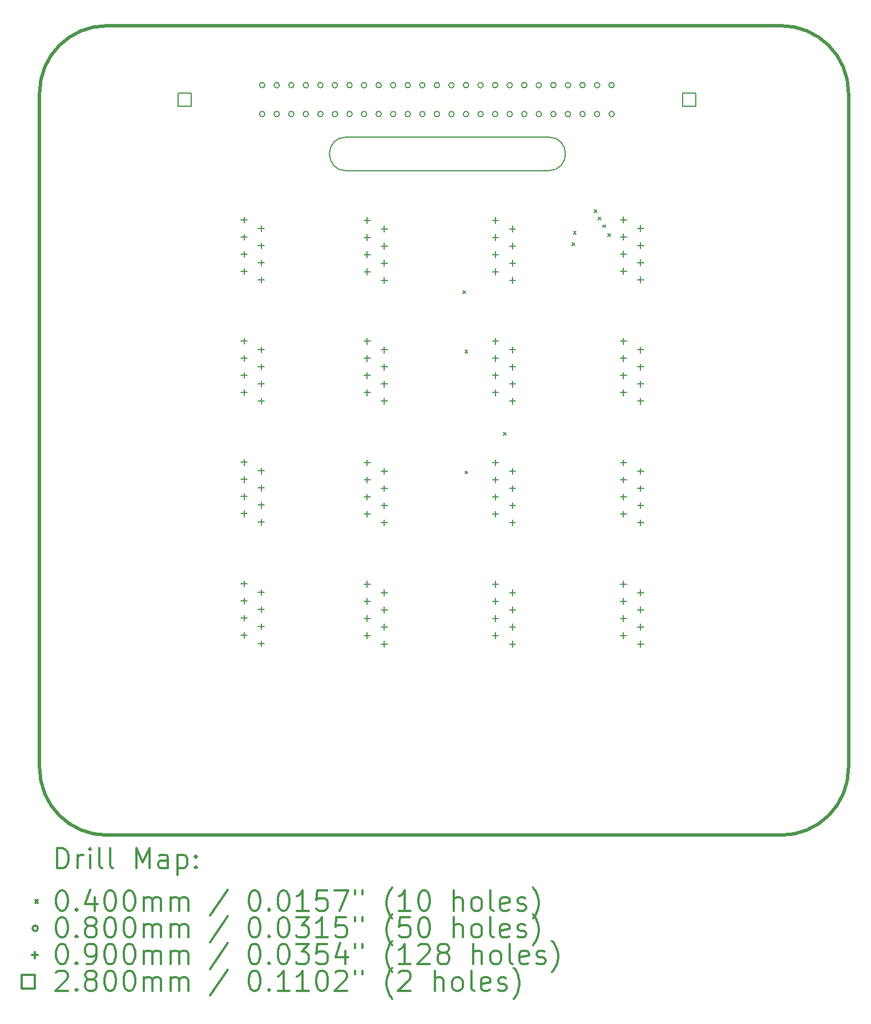
<source format=gbr>
%FSLAX45Y45*%
G04 Gerber Fmt 4.5, Leading zero omitted, Abs format (unit mm)*
G04 Created by KiCad (PCBNEW (5.1.10-1-10_14)) date 2022-02-09 21:22:46*
%MOMM*%
%LPD*%
G01*
G04 APERTURE LIST*
%TA.AperFunction,Profile*%
%ADD10C,0.150000*%
%TD*%
%TA.AperFunction,Profile*%
%ADD11C,0.500000*%
%TD*%
%ADD12C,0.200000*%
%ADD13C,0.300000*%
G04 APERTURE END LIST*
D10*
X17550000Y-6650000D02*
G75*
G02*
X17550000Y-7150000I0J-250000D01*
G01*
X14550000Y-7150000D02*
G75*
G02*
X14550000Y-6650000I0J250000D01*
G01*
X14550000Y-7150000D02*
X17550000Y-7150000D01*
X14550000Y-6650000D02*
X17550000Y-6650000D01*
D11*
X21000000Y-5000000D02*
G75*
G02*
X22000000Y-6000000I0J-1000000D01*
G01*
X22000000Y-16000000D02*
G75*
G02*
X21000000Y-17000000I-1000000J0D01*
G01*
X11000000Y-17000000D02*
G75*
G02*
X10000000Y-16000000I0J1000000D01*
G01*
X10000000Y-6000000D02*
G75*
G02*
X11000000Y-5000000I1000000J0D01*
G01*
X11000000Y-5000000D02*
X21000000Y-5000000D01*
X10000000Y-6000000D02*
X10000000Y-16000000D01*
X21000000Y-17000000D02*
X11000000Y-17000000D01*
X22000000Y-6000000D02*
X22000000Y-16000000D01*
D12*
X16280000Y-8930000D02*
X16320000Y-8970000D01*
X16320000Y-8930000D02*
X16280000Y-8970000D01*
X16310000Y-9810000D02*
X16350000Y-9850000D01*
X16350000Y-9810000D02*
X16310000Y-9850000D01*
X16310000Y-11600000D02*
X16350000Y-11640000D01*
X16350000Y-11600000D02*
X16310000Y-11640000D01*
X16880000Y-11030000D02*
X16920000Y-11070000D01*
X16920000Y-11030000D02*
X16880000Y-11070000D01*
X17900000Y-8220000D02*
X17940000Y-8260000D01*
X17940000Y-8220000D02*
X17900000Y-8260000D01*
X17919999Y-8050000D02*
X17959999Y-8090000D01*
X17959999Y-8050000D02*
X17919999Y-8090000D01*
X18230000Y-7730000D02*
X18270000Y-7770000D01*
X18270000Y-7730000D02*
X18230000Y-7770000D01*
X18284999Y-7835887D02*
X18324999Y-7875887D01*
X18324999Y-7835887D02*
X18284999Y-7875887D01*
X18357499Y-7950711D02*
X18397499Y-7990711D01*
X18397499Y-7950711D02*
X18357499Y-7990711D01*
X18430000Y-8080000D02*
X18470000Y-8120000D01*
X18470000Y-8080000D02*
X18430000Y-8120000D01*
X13341995Y-5881000D02*
G75*
G03*
X13341995Y-5881000I-40000J0D01*
G01*
X13341995Y-6310000D02*
G75*
G03*
X13341995Y-6310000I-40000J0D01*
G01*
X13557995Y-5881000D02*
G75*
G03*
X13557995Y-5881000I-40000J0D01*
G01*
X13557995Y-6310000D02*
G75*
G03*
X13557995Y-6310000I-40000J0D01*
G01*
X13773995Y-5881000D02*
G75*
G03*
X13773995Y-5881000I-40000J0D01*
G01*
X13773995Y-6310000D02*
G75*
G03*
X13773995Y-6310000I-40000J0D01*
G01*
X13989996Y-5881000D02*
G75*
G03*
X13989996Y-5881000I-40000J0D01*
G01*
X13989996Y-6310000D02*
G75*
G03*
X13989996Y-6310000I-40000J0D01*
G01*
X14205996Y-5881000D02*
G75*
G03*
X14205996Y-5881000I-40000J0D01*
G01*
X14205996Y-6310000D02*
G75*
G03*
X14205996Y-6310000I-40000J0D01*
G01*
X14421997Y-5881000D02*
G75*
G03*
X14421997Y-5881000I-40000J0D01*
G01*
X14421997Y-6310000D02*
G75*
G03*
X14421997Y-6310000I-40000J0D01*
G01*
X14637997Y-5881000D02*
G75*
G03*
X14637997Y-5881000I-40000J0D01*
G01*
X14637997Y-6310000D02*
G75*
G03*
X14637997Y-6310000I-40000J0D01*
G01*
X14853998Y-5881000D02*
G75*
G03*
X14853998Y-5881000I-40000J0D01*
G01*
X14853998Y-6310000D02*
G75*
G03*
X14853998Y-6310000I-40000J0D01*
G01*
X15069998Y-5881000D02*
G75*
G03*
X15069998Y-5881000I-40000J0D01*
G01*
X15069998Y-6310000D02*
G75*
G03*
X15069998Y-6310000I-40000J0D01*
G01*
X15285998Y-5881000D02*
G75*
G03*
X15285998Y-5881000I-40000J0D01*
G01*
X15285998Y-6310000D02*
G75*
G03*
X15285998Y-6310000I-40000J0D01*
G01*
X15501999Y-5881000D02*
G75*
G03*
X15501999Y-5881000I-40000J0D01*
G01*
X15501999Y-6310000D02*
G75*
G03*
X15501999Y-6310000I-40000J0D01*
G01*
X15717999Y-5881000D02*
G75*
G03*
X15717999Y-5881000I-40000J0D01*
G01*
X15717999Y-6310000D02*
G75*
G03*
X15717999Y-6310000I-40000J0D01*
G01*
X15934000Y-5881000D02*
G75*
G03*
X15934000Y-5881000I-40000J0D01*
G01*
X15934000Y-6310000D02*
G75*
G03*
X15934000Y-6310000I-40000J0D01*
G01*
X16150000Y-5881000D02*
G75*
G03*
X16150000Y-5881000I-40000J0D01*
G01*
X16150000Y-6310000D02*
G75*
G03*
X16150000Y-6310000I-40000J0D01*
G01*
X16366002Y-5881000D02*
G75*
G03*
X16366002Y-5881000I-40000J0D01*
G01*
X16366002Y-6310000D02*
G75*
G03*
X16366002Y-6310000I-40000J0D01*
G01*
X16582001Y-5881000D02*
G75*
G03*
X16582001Y-5881000I-40000J0D01*
G01*
X16582001Y-6310000D02*
G75*
G03*
X16582001Y-6310000I-40000J0D01*
G01*
X16798003Y-5881000D02*
G75*
G03*
X16798003Y-5881000I-40000J0D01*
G01*
X16798003Y-6310000D02*
G75*
G03*
X16798003Y-6310000I-40000J0D01*
G01*
X17014002Y-5881000D02*
G75*
G03*
X17014002Y-5881000I-40000J0D01*
G01*
X17014002Y-6310000D02*
G75*
G03*
X17014002Y-6310000I-40000J0D01*
G01*
X17230002Y-5881000D02*
G75*
G03*
X17230002Y-5881000I-40000J0D01*
G01*
X17230002Y-6310000D02*
G75*
G03*
X17230002Y-6310000I-40000J0D01*
G01*
X17446003Y-5881000D02*
G75*
G03*
X17446003Y-5881000I-40000J0D01*
G01*
X17446003Y-6310000D02*
G75*
G03*
X17446003Y-6310000I-40000J0D01*
G01*
X17662003Y-5881000D02*
G75*
G03*
X17662003Y-5881000I-40000J0D01*
G01*
X17662003Y-6310000D02*
G75*
G03*
X17662003Y-6310000I-40000J0D01*
G01*
X17878003Y-5881000D02*
G75*
G03*
X17878003Y-5881000I-40000J0D01*
G01*
X17878003Y-6310000D02*
G75*
G03*
X17878003Y-6310000I-40000J0D01*
G01*
X18094003Y-5881000D02*
G75*
G03*
X18094003Y-5881000I-40000J0D01*
G01*
X18094003Y-6310000D02*
G75*
G03*
X18094003Y-6310000I-40000J0D01*
G01*
X18310003Y-5881000D02*
G75*
G03*
X18310003Y-5881000I-40000J0D01*
G01*
X18310003Y-6310000D02*
G75*
G03*
X18310003Y-6310000I-40000J0D01*
G01*
X18526004Y-5881000D02*
G75*
G03*
X18526004Y-5881000I-40000J0D01*
G01*
X18526004Y-6310000D02*
G75*
G03*
X18526004Y-6310000I-40000J0D01*
G01*
X13035000Y-7834270D02*
X13035000Y-7924270D01*
X12990000Y-7879270D02*
X13080000Y-7879270D01*
X13035000Y-8088270D02*
X13035000Y-8178270D01*
X12990000Y-8133270D02*
X13080000Y-8133270D01*
X13035000Y-8342270D02*
X13035000Y-8432270D01*
X12990000Y-8387270D02*
X13080000Y-8387270D01*
X13035000Y-8596270D02*
X13035000Y-8686270D01*
X12990000Y-8641270D02*
X13080000Y-8641270D01*
X13035000Y-9627270D02*
X13035000Y-9717270D01*
X12990000Y-9672270D02*
X13080000Y-9672270D01*
X13035000Y-9881270D02*
X13035000Y-9971270D01*
X12990000Y-9926270D02*
X13080000Y-9926270D01*
X13035000Y-10135270D02*
X13035000Y-10225270D01*
X12990000Y-10180270D02*
X13080000Y-10180270D01*
X13035000Y-10389270D02*
X13035000Y-10479270D01*
X12990000Y-10434270D02*
X13080000Y-10434270D01*
X13035000Y-11427270D02*
X13035000Y-11517270D01*
X12990000Y-11472270D02*
X13080000Y-11472270D01*
X13035000Y-11681270D02*
X13035000Y-11771270D01*
X12990000Y-11726270D02*
X13080000Y-11726270D01*
X13035000Y-11935270D02*
X13035000Y-12025270D01*
X12990000Y-11980270D02*
X13080000Y-11980270D01*
X13035000Y-12189270D02*
X13035000Y-12279270D01*
X12990000Y-12234270D02*
X13080000Y-12234270D01*
X13035000Y-13227270D02*
X13035000Y-13317270D01*
X12990000Y-13272270D02*
X13080000Y-13272270D01*
X13035000Y-13481270D02*
X13035000Y-13571270D01*
X12990000Y-13526270D02*
X13080000Y-13526270D01*
X13035000Y-13735270D02*
X13035000Y-13825270D01*
X12990000Y-13780270D02*
X13080000Y-13780270D01*
X13035000Y-13989270D02*
X13035000Y-14079270D01*
X12990000Y-14034270D02*
X13080000Y-14034270D01*
X13288999Y-7961269D02*
X13288999Y-8051269D01*
X13243999Y-8006269D02*
X13333999Y-8006269D01*
X13288999Y-8215270D02*
X13288999Y-8305270D01*
X13243999Y-8260270D02*
X13333999Y-8260270D01*
X13288999Y-8469270D02*
X13288999Y-8559270D01*
X13243999Y-8514270D02*
X13333999Y-8514270D01*
X13288999Y-8723270D02*
X13288999Y-8813270D01*
X13243999Y-8768270D02*
X13333999Y-8768270D01*
X13288999Y-9754270D02*
X13288999Y-9844270D01*
X13243999Y-9799270D02*
X13333999Y-9799270D01*
X13288999Y-10008270D02*
X13288999Y-10098270D01*
X13243999Y-10053270D02*
X13333999Y-10053270D01*
X13288999Y-10262270D02*
X13288999Y-10352270D01*
X13243999Y-10307270D02*
X13333999Y-10307270D01*
X13288999Y-10516270D02*
X13288999Y-10606270D01*
X13243999Y-10561270D02*
X13333999Y-10561270D01*
X13288999Y-11554269D02*
X13288999Y-11644269D01*
X13243999Y-11599269D02*
X13333999Y-11599269D01*
X13288999Y-11808270D02*
X13288999Y-11898270D01*
X13243999Y-11853270D02*
X13333999Y-11853270D01*
X13288999Y-12062270D02*
X13288999Y-12152270D01*
X13243999Y-12107270D02*
X13333999Y-12107270D01*
X13288999Y-12316270D02*
X13288999Y-12406270D01*
X13243999Y-12361270D02*
X13333999Y-12361270D01*
X13288999Y-13354269D02*
X13288999Y-13444269D01*
X13243999Y-13399269D02*
X13333999Y-13399269D01*
X13288999Y-13608270D02*
X13288999Y-13698270D01*
X13243999Y-13653270D02*
X13333999Y-13653270D01*
X13288999Y-13862270D02*
X13288999Y-13952270D01*
X13243999Y-13907270D02*
X13333999Y-13907270D01*
X13288999Y-14116270D02*
X13288999Y-14206270D01*
X13243999Y-14161270D02*
X13333999Y-14161270D01*
X14861001Y-7839000D02*
X14861001Y-7929000D01*
X14816001Y-7884000D02*
X14906001Y-7884000D01*
X14861001Y-8093000D02*
X14861001Y-8183000D01*
X14816001Y-8138000D02*
X14906001Y-8138000D01*
X14861001Y-8347001D02*
X14861001Y-8437001D01*
X14816001Y-8392001D02*
X14906001Y-8392001D01*
X14861001Y-8601001D02*
X14861001Y-8691001D01*
X14816001Y-8646001D02*
X14906001Y-8646001D01*
X14861001Y-9632000D02*
X14861001Y-9722000D01*
X14816001Y-9677000D02*
X14906001Y-9677000D01*
X14861001Y-9886001D02*
X14861001Y-9976001D01*
X14816001Y-9931001D02*
X14906001Y-9931001D01*
X14861001Y-10140001D02*
X14861001Y-10230001D01*
X14816001Y-10185001D02*
X14906001Y-10185001D01*
X14861001Y-10394001D02*
X14861001Y-10484001D01*
X14816001Y-10439001D02*
X14906001Y-10439001D01*
X14861001Y-11432000D02*
X14861001Y-11522000D01*
X14816001Y-11477000D02*
X14906001Y-11477000D01*
X14861001Y-11686000D02*
X14861001Y-11776000D01*
X14816001Y-11731000D02*
X14906001Y-11731000D01*
X14861001Y-11940001D02*
X14861001Y-12030001D01*
X14816001Y-11985001D02*
X14906001Y-11985001D01*
X14861001Y-12194001D02*
X14861001Y-12284001D01*
X14816001Y-12239001D02*
X14906001Y-12239001D01*
X14861001Y-13232000D02*
X14861001Y-13322000D01*
X14816001Y-13277000D02*
X14906001Y-13277000D01*
X14861001Y-13486000D02*
X14861001Y-13576000D01*
X14816001Y-13531000D02*
X14906001Y-13531000D01*
X14861001Y-13740001D02*
X14861001Y-13830001D01*
X14816001Y-13785001D02*
X14906001Y-13785001D01*
X14861001Y-13994001D02*
X14861001Y-14084001D01*
X14816001Y-14039001D02*
X14906001Y-14039001D01*
X15115000Y-7966000D02*
X15115000Y-8056000D01*
X15070000Y-8011000D02*
X15160000Y-8011000D01*
X15115000Y-8220000D02*
X15115000Y-8310000D01*
X15070000Y-8265000D02*
X15160000Y-8265000D01*
X15115000Y-8474000D02*
X15115000Y-8564000D01*
X15070000Y-8519000D02*
X15160000Y-8519000D01*
X15115000Y-8728000D02*
X15115000Y-8818000D01*
X15070000Y-8773000D02*
X15160000Y-8773000D01*
X15115000Y-9759000D02*
X15115000Y-9849000D01*
X15070000Y-9804000D02*
X15160000Y-9804000D01*
X15115000Y-10013000D02*
X15115000Y-10103000D01*
X15070000Y-10058000D02*
X15160000Y-10058000D01*
X15115000Y-10267000D02*
X15115000Y-10357000D01*
X15070000Y-10312000D02*
X15160000Y-10312000D01*
X15115000Y-10521000D02*
X15115000Y-10611000D01*
X15070000Y-10566000D02*
X15160000Y-10566000D01*
X15115000Y-11559000D02*
X15115000Y-11649000D01*
X15070000Y-11604000D02*
X15160000Y-11604000D01*
X15115000Y-11813000D02*
X15115000Y-11903000D01*
X15070000Y-11858000D02*
X15160000Y-11858000D01*
X15115000Y-12067000D02*
X15115000Y-12157000D01*
X15070000Y-12112000D02*
X15160000Y-12112000D01*
X15115000Y-12321000D02*
X15115000Y-12411000D01*
X15070000Y-12366000D02*
X15160000Y-12366000D01*
X15115000Y-13359000D02*
X15115000Y-13449000D01*
X15070000Y-13404000D02*
X15160000Y-13404000D01*
X15115000Y-13613000D02*
X15115000Y-13703000D01*
X15070000Y-13658000D02*
X15160000Y-13658000D01*
X15115000Y-13867000D02*
X15115000Y-13957000D01*
X15070000Y-13912000D02*
X15160000Y-13912000D01*
X15115000Y-14121000D02*
X15115000Y-14211000D01*
X15070000Y-14166000D02*
X15160000Y-14166000D01*
X16761001Y-7839000D02*
X16761001Y-7929000D01*
X16716001Y-7884000D02*
X16806001Y-7884000D01*
X16761001Y-8093000D02*
X16761001Y-8183000D01*
X16716001Y-8138000D02*
X16806001Y-8138000D01*
X16761001Y-8347001D02*
X16761001Y-8437001D01*
X16716001Y-8392001D02*
X16806001Y-8392001D01*
X16761001Y-8601001D02*
X16761001Y-8691001D01*
X16716001Y-8646001D02*
X16806001Y-8646001D01*
X16761001Y-9632000D02*
X16761001Y-9722000D01*
X16716001Y-9677000D02*
X16806001Y-9677000D01*
X16761001Y-9886001D02*
X16761001Y-9976001D01*
X16716001Y-9931001D02*
X16806001Y-9931001D01*
X16761001Y-10140001D02*
X16761001Y-10230001D01*
X16716001Y-10185001D02*
X16806001Y-10185001D01*
X16761001Y-10394001D02*
X16761001Y-10484001D01*
X16716001Y-10439001D02*
X16806001Y-10439001D01*
X16761001Y-11432000D02*
X16761001Y-11522000D01*
X16716001Y-11477000D02*
X16806001Y-11477000D01*
X16761001Y-11686000D02*
X16761001Y-11776000D01*
X16716001Y-11731000D02*
X16806001Y-11731000D01*
X16761001Y-11940001D02*
X16761001Y-12030001D01*
X16716001Y-11985001D02*
X16806001Y-11985001D01*
X16761001Y-12194001D02*
X16761001Y-12284001D01*
X16716001Y-12239001D02*
X16806001Y-12239001D01*
X16761001Y-13232000D02*
X16761001Y-13322000D01*
X16716001Y-13277000D02*
X16806001Y-13277000D01*
X16761001Y-13486000D02*
X16761001Y-13576000D01*
X16716001Y-13531000D02*
X16806001Y-13531000D01*
X16761001Y-13740001D02*
X16761001Y-13830001D01*
X16716001Y-13785001D02*
X16806001Y-13785001D01*
X16761001Y-13994001D02*
X16761001Y-14084001D01*
X16716001Y-14039001D02*
X16806001Y-14039001D01*
X17015000Y-7966000D02*
X17015000Y-8056000D01*
X16970000Y-8011000D02*
X17060000Y-8011000D01*
X17015000Y-8220000D02*
X17015000Y-8310000D01*
X16970000Y-8265000D02*
X17060000Y-8265000D01*
X17015000Y-8474000D02*
X17015000Y-8564000D01*
X16970000Y-8519000D02*
X17060000Y-8519000D01*
X17015000Y-8728000D02*
X17015000Y-8818000D01*
X16970000Y-8773000D02*
X17060000Y-8773000D01*
X17015000Y-9759000D02*
X17015000Y-9849000D01*
X16970000Y-9804000D02*
X17060000Y-9804000D01*
X17015000Y-10013000D02*
X17015000Y-10103000D01*
X16970000Y-10058000D02*
X17060000Y-10058000D01*
X17015000Y-10267000D02*
X17015000Y-10357000D01*
X16970000Y-10312000D02*
X17060000Y-10312000D01*
X17015000Y-10521000D02*
X17015000Y-10611000D01*
X16970000Y-10566000D02*
X17060000Y-10566000D01*
X17015000Y-11559000D02*
X17015000Y-11649000D01*
X16970000Y-11604000D02*
X17060000Y-11604000D01*
X17015000Y-11813000D02*
X17015000Y-11903000D01*
X16970000Y-11858000D02*
X17060000Y-11858000D01*
X17015000Y-12067000D02*
X17015000Y-12157000D01*
X16970000Y-12112000D02*
X17060000Y-12112000D01*
X17015000Y-12321000D02*
X17015000Y-12411000D01*
X16970000Y-12366000D02*
X17060000Y-12366000D01*
X17015000Y-13359000D02*
X17015000Y-13449000D01*
X16970000Y-13404000D02*
X17060000Y-13404000D01*
X17015000Y-13613000D02*
X17015000Y-13703000D01*
X16970000Y-13658000D02*
X17060000Y-13658000D01*
X17015000Y-13867000D02*
X17015000Y-13957000D01*
X16970000Y-13912000D02*
X17060000Y-13912000D01*
X17015000Y-14121000D02*
X17015000Y-14211000D01*
X16970000Y-14166000D02*
X17060000Y-14166000D01*
X18661001Y-7832000D02*
X18661001Y-7922000D01*
X18616001Y-7877000D02*
X18706001Y-7877000D01*
X18661001Y-8086000D02*
X18661001Y-8176000D01*
X18616001Y-8131000D02*
X18706001Y-8131000D01*
X18661001Y-8340001D02*
X18661001Y-8430001D01*
X18616001Y-8385001D02*
X18706001Y-8385001D01*
X18661001Y-8594001D02*
X18661001Y-8684001D01*
X18616001Y-8639001D02*
X18706001Y-8639001D01*
X18661001Y-9632000D02*
X18661001Y-9722000D01*
X18616001Y-9677000D02*
X18706001Y-9677000D01*
X18661001Y-9886001D02*
X18661001Y-9976001D01*
X18616001Y-9931001D02*
X18706001Y-9931001D01*
X18661001Y-10140001D02*
X18661001Y-10230001D01*
X18616001Y-10185001D02*
X18706001Y-10185001D01*
X18661001Y-10394001D02*
X18661001Y-10484001D01*
X18616001Y-10439001D02*
X18706001Y-10439001D01*
X18661001Y-11432000D02*
X18661001Y-11522000D01*
X18616001Y-11477000D02*
X18706001Y-11477000D01*
X18661001Y-11686000D02*
X18661001Y-11776000D01*
X18616001Y-11731000D02*
X18706001Y-11731000D01*
X18661001Y-11940001D02*
X18661001Y-12030001D01*
X18616001Y-11985001D02*
X18706001Y-11985001D01*
X18661001Y-12194001D02*
X18661001Y-12284001D01*
X18616001Y-12239001D02*
X18706001Y-12239001D01*
X18661001Y-13232000D02*
X18661001Y-13322000D01*
X18616001Y-13277000D02*
X18706001Y-13277000D01*
X18661001Y-13486000D02*
X18661001Y-13576000D01*
X18616001Y-13531000D02*
X18706001Y-13531000D01*
X18661001Y-13740001D02*
X18661001Y-13830001D01*
X18616001Y-13785001D02*
X18706001Y-13785001D01*
X18661001Y-13994001D02*
X18661001Y-14084001D01*
X18616001Y-14039001D02*
X18706001Y-14039001D01*
X18915000Y-7959000D02*
X18915000Y-8049000D01*
X18870000Y-8004000D02*
X18960000Y-8004000D01*
X18915000Y-8213000D02*
X18915000Y-8303000D01*
X18870000Y-8258000D02*
X18960000Y-8258000D01*
X18915000Y-8467000D02*
X18915000Y-8557000D01*
X18870000Y-8512000D02*
X18960000Y-8512000D01*
X18915000Y-8721000D02*
X18915000Y-8811000D01*
X18870000Y-8766000D02*
X18960000Y-8766000D01*
X18915000Y-9759000D02*
X18915000Y-9849000D01*
X18870000Y-9804000D02*
X18960000Y-9804000D01*
X18915000Y-10013000D02*
X18915000Y-10103000D01*
X18870000Y-10058000D02*
X18960000Y-10058000D01*
X18915000Y-10267000D02*
X18915000Y-10357000D01*
X18870000Y-10312000D02*
X18960000Y-10312000D01*
X18915000Y-10521000D02*
X18915000Y-10611000D01*
X18870000Y-10566000D02*
X18960000Y-10566000D01*
X18915000Y-11559000D02*
X18915000Y-11649000D01*
X18870000Y-11604000D02*
X18960000Y-11604000D01*
X18915000Y-11813000D02*
X18915000Y-11903000D01*
X18870000Y-11858000D02*
X18960000Y-11858000D01*
X18915000Y-12067000D02*
X18915000Y-12157000D01*
X18870000Y-12112000D02*
X18960000Y-12112000D01*
X18915000Y-12321000D02*
X18915000Y-12411000D01*
X18870000Y-12366000D02*
X18960000Y-12366000D01*
X18915000Y-13359000D02*
X18915000Y-13449000D01*
X18870000Y-13404000D02*
X18960000Y-13404000D01*
X18915000Y-13613000D02*
X18915000Y-13703000D01*
X18870000Y-13658000D02*
X18960000Y-13658000D01*
X18915000Y-13867000D02*
X18915000Y-13957000D01*
X18870000Y-13912000D02*
X18960000Y-13912000D01*
X18915000Y-14121000D02*
X18915000Y-14211000D01*
X18870000Y-14166000D02*
X18960000Y-14166000D01*
X12250495Y-6194495D02*
X12250495Y-5996504D01*
X12052503Y-5996504D01*
X12052503Y-6194495D01*
X12250495Y-6194495D01*
X19735495Y-6194495D02*
X19735495Y-5996504D01*
X19537504Y-5996504D01*
X19537504Y-6194495D01*
X19735495Y-6194495D01*
D13*
X10261428Y-17490714D02*
X10261428Y-17190714D01*
X10332857Y-17190714D01*
X10375714Y-17205000D01*
X10404286Y-17233572D01*
X10418571Y-17262143D01*
X10432857Y-17319286D01*
X10432857Y-17362143D01*
X10418571Y-17419286D01*
X10404286Y-17447857D01*
X10375714Y-17476429D01*
X10332857Y-17490714D01*
X10261428Y-17490714D01*
X10561428Y-17490714D02*
X10561428Y-17290714D01*
X10561428Y-17347857D02*
X10575714Y-17319286D01*
X10590000Y-17305000D01*
X10618571Y-17290714D01*
X10647143Y-17290714D01*
X10747143Y-17490714D02*
X10747143Y-17290714D01*
X10747143Y-17190714D02*
X10732857Y-17205000D01*
X10747143Y-17219286D01*
X10761428Y-17205000D01*
X10747143Y-17190714D01*
X10747143Y-17219286D01*
X10932857Y-17490714D02*
X10904286Y-17476429D01*
X10890000Y-17447857D01*
X10890000Y-17190714D01*
X11090000Y-17490714D02*
X11061428Y-17476429D01*
X11047143Y-17447857D01*
X11047143Y-17190714D01*
X11432857Y-17490714D02*
X11432857Y-17190714D01*
X11532857Y-17405000D01*
X11632857Y-17190714D01*
X11632857Y-17490714D01*
X11904286Y-17490714D02*
X11904286Y-17333572D01*
X11890000Y-17305000D01*
X11861428Y-17290714D01*
X11804286Y-17290714D01*
X11775714Y-17305000D01*
X11904286Y-17476429D02*
X11875714Y-17490714D01*
X11804286Y-17490714D01*
X11775714Y-17476429D01*
X11761428Y-17447857D01*
X11761428Y-17419286D01*
X11775714Y-17390714D01*
X11804286Y-17376429D01*
X11875714Y-17376429D01*
X11904286Y-17362143D01*
X12047143Y-17290714D02*
X12047143Y-17590714D01*
X12047143Y-17305000D02*
X12075714Y-17290714D01*
X12132857Y-17290714D01*
X12161428Y-17305000D01*
X12175714Y-17319286D01*
X12190000Y-17347857D01*
X12190000Y-17433572D01*
X12175714Y-17462143D01*
X12161428Y-17476429D01*
X12132857Y-17490714D01*
X12075714Y-17490714D01*
X12047143Y-17476429D01*
X12318571Y-17462143D02*
X12332857Y-17476429D01*
X12318571Y-17490714D01*
X12304286Y-17476429D01*
X12318571Y-17462143D01*
X12318571Y-17490714D01*
X12318571Y-17305000D02*
X12332857Y-17319286D01*
X12318571Y-17333572D01*
X12304286Y-17319286D01*
X12318571Y-17305000D01*
X12318571Y-17333572D01*
X9935000Y-17965000D02*
X9975000Y-18005000D01*
X9975000Y-17965000D02*
X9935000Y-18005000D01*
X10318571Y-17820714D02*
X10347143Y-17820714D01*
X10375714Y-17835000D01*
X10390000Y-17849286D01*
X10404286Y-17877857D01*
X10418571Y-17935000D01*
X10418571Y-18006429D01*
X10404286Y-18063572D01*
X10390000Y-18092143D01*
X10375714Y-18106429D01*
X10347143Y-18120714D01*
X10318571Y-18120714D01*
X10290000Y-18106429D01*
X10275714Y-18092143D01*
X10261428Y-18063572D01*
X10247143Y-18006429D01*
X10247143Y-17935000D01*
X10261428Y-17877857D01*
X10275714Y-17849286D01*
X10290000Y-17835000D01*
X10318571Y-17820714D01*
X10547143Y-18092143D02*
X10561428Y-18106429D01*
X10547143Y-18120714D01*
X10532857Y-18106429D01*
X10547143Y-18092143D01*
X10547143Y-18120714D01*
X10818571Y-17920714D02*
X10818571Y-18120714D01*
X10747143Y-17806429D02*
X10675714Y-18020714D01*
X10861428Y-18020714D01*
X11032857Y-17820714D02*
X11061428Y-17820714D01*
X11090000Y-17835000D01*
X11104286Y-17849286D01*
X11118571Y-17877857D01*
X11132857Y-17935000D01*
X11132857Y-18006429D01*
X11118571Y-18063572D01*
X11104286Y-18092143D01*
X11090000Y-18106429D01*
X11061428Y-18120714D01*
X11032857Y-18120714D01*
X11004286Y-18106429D01*
X10990000Y-18092143D01*
X10975714Y-18063572D01*
X10961428Y-18006429D01*
X10961428Y-17935000D01*
X10975714Y-17877857D01*
X10990000Y-17849286D01*
X11004286Y-17835000D01*
X11032857Y-17820714D01*
X11318571Y-17820714D02*
X11347143Y-17820714D01*
X11375714Y-17835000D01*
X11390000Y-17849286D01*
X11404286Y-17877857D01*
X11418571Y-17935000D01*
X11418571Y-18006429D01*
X11404286Y-18063572D01*
X11390000Y-18092143D01*
X11375714Y-18106429D01*
X11347143Y-18120714D01*
X11318571Y-18120714D01*
X11290000Y-18106429D01*
X11275714Y-18092143D01*
X11261428Y-18063572D01*
X11247143Y-18006429D01*
X11247143Y-17935000D01*
X11261428Y-17877857D01*
X11275714Y-17849286D01*
X11290000Y-17835000D01*
X11318571Y-17820714D01*
X11547143Y-18120714D02*
X11547143Y-17920714D01*
X11547143Y-17949286D02*
X11561428Y-17935000D01*
X11590000Y-17920714D01*
X11632857Y-17920714D01*
X11661428Y-17935000D01*
X11675714Y-17963572D01*
X11675714Y-18120714D01*
X11675714Y-17963572D02*
X11690000Y-17935000D01*
X11718571Y-17920714D01*
X11761428Y-17920714D01*
X11790000Y-17935000D01*
X11804286Y-17963572D01*
X11804286Y-18120714D01*
X11947143Y-18120714D02*
X11947143Y-17920714D01*
X11947143Y-17949286D02*
X11961428Y-17935000D01*
X11990000Y-17920714D01*
X12032857Y-17920714D01*
X12061428Y-17935000D01*
X12075714Y-17963572D01*
X12075714Y-18120714D01*
X12075714Y-17963572D02*
X12090000Y-17935000D01*
X12118571Y-17920714D01*
X12161428Y-17920714D01*
X12190000Y-17935000D01*
X12204286Y-17963572D01*
X12204286Y-18120714D01*
X12790000Y-17806429D02*
X12532857Y-18192143D01*
X13175714Y-17820714D02*
X13204286Y-17820714D01*
X13232857Y-17835000D01*
X13247143Y-17849286D01*
X13261428Y-17877857D01*
X13275714Y-17935000D01*
X13275714Y-18006429D01*
X13261428Y-18063572D01*
X13247143Y-18092143D01*
X13232857Y-18106429D01*
X13204286Y-18120714D01*
X13175714Y-18120714D01*
X13147143Y-18106429D01*
X13132857Y-18092143D01*
X13118571Y-18063572D01*
X13104286Y-18006429D01*
X13104286Y-17935000D01*
X13118571Y-17877857D01*
X13132857Y-17849286D01*
X13147143Y-17835000D01*
X13175714Y-17820714D01*
X13404286Y-18092143D02*
X13418571Y-18106429D01*
X13404286Y-18120714D01*
X13390000Y-18106429D01*
X13404286Y-18092143D01*
X13404286Y-18120714D01*
X13604286Y-17820714D02*
X13632857Y-17820714D01*
X13661428Y-17835000D01*
X13675714Y-17849286D01*
X13690000Y-17877857D01*
X13704286Y-17935000D01*
X13704286Y-18006429D01*
X13690000Y-18063572D01*
X13675714Y-18092143D01*
X13661428Y-18106429D01*
X13632857Y-18120714D01*
X13604286Y-18120714D01*
X13575714Y-18106429D01*
X13561428Y-18092143D01*
X13547143Y-18063572D01*
X13532857Y-18006429D01*
X13532857Y-17935000D01*
X13547143Y-17877857D01*
X13561428Y-17849286D01*
X13575714Y-17835000D01*
X13604286Y-17820714D01*
X13990000Y-18120714D02*
X13818571Y-18120714D01*
X13904286Y-18120714D02*
X13904286Y-17820714D01*
X13875714Y-17863572D01*
X13847143Y-17892143D01*
X13818571Y-17906429D01*
X14261428Y-17820714D02*
X14118571Y-17820714D01*
X14104286Y-17963572D01*
X14118571Y-17949286D01*
X14147143Y-17935000D01*
X14218571Y-17935000D01*
X14247143Y-17949286D01*
X14261428Y-17963572D01*
X14275714Y-17992143D01*
X14275714Y-18063572D01*
X14261428Y-18092143D01*
X14247143Y-18106429D01*
X14218571Y-18120714D01*
X14147143Y-18120714D01*
X14118571Y-18106429D01*
X14104286Y-18092143D01*
X14375714Y-17820714D02*
X14575714Y-17820714D01*
X14447143Y-18120714D01*
X14675714Y-17820714D02*
X14675714Y-17877857D01*
X14790000Y-17820714D02*
X14790000Y-17877857D01*
X15232857Y-18235000D02*
X15218571Y-18220714D01*
X15190000Y-18177857D01*
X15175714Y-18149286D01*
X15161428Y-18106429D01*
X15147143Y-18035000D01*
X15147143Y-17977857D01*
X15161428Y-17906429D01*
X15175714Y-17863572D01*
X15190000Y-17835000D01*
X15218571Y-17792143D01*
X15232857Y-17777857D01*
X15504286Y-18120714D02*
X15332857Y-18120714D01*
X15418571Y-18120714D02*
X15418571Y-17820714D01*
X15390000Y-17863572D01*
X15361428Y-17892143D01*
X15332857Y-17906429D01*
X15690000Y-17820714D02*
X15718571Y-17820714D01*
X15747143Y-17835000D01*
X15761428Y-17849286D01*
X15775714Y-17877857D01*
X15790000Y-17935000D01*
X15790000Y-18006429D01*
X15775714Y-18063572D01*
X15761428Y-18092143D01*
X15747143Y-18106429D01*
X15718571Y-18120714D01*
X15690000Y-18120714D01*
X15661428Y-18106429D01*
X15647143Y-18092143D01*
X15632857Y-18063572D01*
X15618571Y-18006429D01*
X15618571Y-17935000D01*
X15632857Y-17877857D01*
X15647143Y-17849286D01*
X15661428Y-17835000D01*
X15690000Y-17820714D01*
X16147143Y-18120714D02*
X16147143Y-17820714D01*
X16275714Y-18120714D02*
X16275714Y-17963572D01*
X16261428Y-17935000D01*
X16232857Y-17920714D01*
X16190000Y-17920714D01*
X16161428Y-17935000D01*
X16147143Y-17949286D01*
X16461428Y-18120714D02*
X16432857Y-18106429D01*
X16418571Y-18092143D01*
X16404286Y-18063572D01*
X16404286Y-17977857D01*
X16418571Y-17949286D01*
X16432857Y-17935000D01*
X16461428Y-17920714D01*
X16504286Y-17920714D01*
X16532857Y-17935000D01*
X16547143Y-17949286D01*
X16561428Y-17977857D01*
X16561428Y-18063572D01*
X16547143Y-18092143D01*
X16532857Y-18106429D01*
X16504286Y-18120714D01*
X16461428Y-18120714D01*
X16732857Y-18120714D02*
X16704286Y-18106429D01*
X16690000Y-18077857D01*
X16690000Y-17820714D01*
X16961428Y-18106429D02*
X16932857Y-18120714D01*
X16875714Y-18120714D01*
X16847143Y-18106429D01*
X16832857Y-18077857D01*
X16832857Y-17963572D01*
X16847143Y-17935000D01*
X16875714Y-17920714D01*
X16932857Y-17920714D01*
X16961428Y-17935000D01*
X16975714Y-17963572D01*
X16975714Y-17992143D01*
X16832857Y-18020714D01*
X17090000Y-18106429D02*
X17118571Y-18120714D01*
X17175714Y-18120714D01*
X17204286Y-18106429D01*
X17218571Y-18077857D01*
X17218571Y-18063572D01*
X17204286Y-18035000D01*
X17175714Y-18020714D01*
X17132857Y-18020714D01*
X17104286Y-18006429D01*
X17090000Y-17977857D01*
X17090000Y-17963572D01*
X17104286Y-17935000D01*
X17132857Y-17920714D01*
X17175714Y-17920714D01*
X17204286Y-17935000D01*
X17318571Y-18235000D02*
X17332857Y-18220714D01*
X17361428Y-18177857D01*
X17375714Y-18149286D01*
X17390000Y-18106429D01*
X17404286Y-18035000D01*
X17404286Y-17977857D01*
X17390000Y-17906429D01*
X17375714Y-17863572D01*
X17361428Y-17835000D01*
X17332857Y-17792143D01*
X17318571Y-17777857D01*
X9975000Y-18381000D02*
G75*
G03*
X9975000Y-18381000I-40000J0D01*
G01*
X10318571Y-18216714D02*
X10347143Y-18216714D01*
X10375714Y-18231000D01*
X10390000Y-18245286D01*
X10404286Y-18273857D01*
X10418571Y-18331000D01*
X10418571Y-18402429D01*
X10404286Y-18459572D01*
X10390000Y-18488143D01*
X10375714Y-18502429D01*
X10347143Y-18516714D01*
X10318571Y-18516714D01*
X10290000Y-18502429D01*
X10275714Y-18488143D01*
X10261428Y-18459572D01*
X10247143Y-18402429D01*
X10247143Y-18331000D01*
X10261428Y-18273857D01*
X10275714Y-18245286D01*
X10290000Y-18231000D01*
X10318571Y-18216714D01*
X10547143Y-18488143D02*
X10561428Y-18502429D01*
X10547143Y-18516714D01*
X10532857Y-18502429D01*
X10547143Y-18488143D01*
X10547143Y-18516714D01*
X10732857Y-18345286D02*
X10704286Y-18331000D01*
X10690000Y-18316714D01*
X10675714Y-18288143D01*
X10675714Y-18273857D01*
X10690000Y-18245286D01*
X10704286Y-18231000D01*
X10732857Y-18216714D01*
X10790000Y-18216714D01*
X10818571Y-18231000D01*
X10832857Y-18245286D01*
X10847143Y-18273857D01*
X10847143Y-18288143D01*
X10832857Y-18316714D01*
X10818571Y-18331000D01*
X10790000Y-18345286D01*
X10732857Y-18345286D01*
X10704286Y-18359572D01*
X10690000Y-18373857D01*
X10675714Y-18402429D01*
X10675714Y-18459572D01*
X10690000Y-18488143D01*
X10704286Y-18502429D01*
X10732857Y-18516714D01*
X10790000Y-18516714D01*
X10818571Y-18502429D01*
X10832857Y-18488143D01*
X10847143Y-18459572D01*
X10847143Y-18402429D01*
X10832857Y-18373857D01*
X10818571Y-18359572D01*
X10790000Y-18345286D01*
X11032857Y-18216714D02*
X11061428Y-18216714D01*
X11090000Y-18231000D01*
X11104286Y-18245286D01*
X11118571Y-18273857D01*
X11132857Y-18331000D01*
X11132857Y-18402429D01*
X11118571Y-18459572D01*
X11104286Y-18488143D01*
X11090000Y-18502429D01*
X11061428Y-18516714D01*
X11032857Y-18516714D01*
X11004286Y-18502429D01*
X10990000Y-18488143D01*
X10975714Y-18459572D01*
X10961428Y-18402429D01*
X10961428Y-18331000D01*
X10975714Y-18273857D01*
X10990000Y-18245286D01*
X11004286Y-18231000D01*
X11032857Y-18216714D01*
X11318571Y-18216714D02*
X11347143Y-18216714D01*
X11375714Y-18231000D01*
X11390000Y-18245286D01*
X11404286Y-18273857D01*
X11418571Y-18331000D01*
X11418571Y-18402429D01*
X11404286Y-18459572D01*
X11390000Y-18488143D01*
X11375714Y-18502429D01*
X11347143Y-18516714D01*
X11318571Y-18516714D01*
X11290000Y-18502429D01*
X11275714Y-18488143D01*
X11261428Y-18459572D01*
X11247143Y-18402429D01*
X11247143Y-18331000D01*
X11261428Y-18273857D01*
X11275714Y-18245286D01*
X11290000Y-18231000D01*
X11318571Y-18216714D01*
X11547143Y-18516714D02*
X11547143Y-18316714D01*
X11547143Y-18345286D02*
X11561428Y-18331000D01*
X11590000Y-18316714D01*
X11632857Y-18316714D01*
X11661428Y-18331000D01*
X11675714Y-18359572D01*
X11675714Y-18516714D01*
X11675714Y-18359572D02*
X11690000Y-18331000D01*
X11718571Y-18316714D01*
X11761428Y-18316714D01*
X11790000Y-18331000D01*
X11804286Y-18359572D01*
X11804286Y-18516714D01*
X11947143Y-18516714D02*
X11947143Y-18316714D01*
X11947143Y-18345286D02*
X11961428Y-18331000D01*
X11990000Y-18316714D01*
X12032857Y-18316714D01*
X12061428Y-18331000D01*
X12075714Y-18359572D01*
X12075714Y-18516714D01*
X12075714Y-18359572D02*
X12090000Y-18331000D01*
X12118571Y-18316714D01*
X12161428Y-18316714D01*
X12190000Y-18331000D01*
X12204286Y-18359572D01*
X12204286Y-18516714D01*
X12790000Y-18202429D02*
X12532857Y-18588143D01*
X13175714Y-18216714D02*
X13204286Y-18216714D01*
X13232857Y-18231000D01*
X13247143Y-18245286D01*
X13261428Y-18273857D01*
X13275714Y-18331000D01*
X13275714Y-18402429D01*
X13261428Y-18459572D01*
X13247143Y-18488143D01*
X13232857Y-18502429D01*
X13204286Y-18516714D01*
X13175714Y-18516714D01*
X13147143Y-18502429D01*
X13132857Y-18488143D01*
X13118571Y-18459572D01*
X13104286Y-18402429D01*
X13104286Y-18331000D01*
X13118571Y-18273857D01*
X13132857Y-18245286D01*
X13147143Y-18231000D01*
X13175714Y-18216714D01*
X13404286Y-18488143D02*
X13418571Y-18502429D01*
X13404286Y-18516714D01*
X13390000Y-18502429D01*
X13404286Y-18488143D01*
X13404286Y-18516714D01*
X13604286Y-18216714D02*
X13632857Y-18216714D01*
X13661428Y-18231000D01*
X13675714Y-18245286D01*
X13690000Y-18273857D01*
X13704286Y-18331000D01*
X13704286Y-18402429D01*
X13690000Y-18459572D01*
X13675714Y-18488143D01*
X13661428Y-18502429D01*
X13632857Y-18516714D01*
X13604286Y-18516714D01*
X13575714Y-18502429D01*
X13561428Y-18488143D01*
X13547143Y-18459572D01*
X13532857Y-18402429D01*
X13532857Y-18331000D01*
X13547143Y-18273857D01*
X13561428Y-18245286D01*
X13575714Y-18231000D01*
X13604286Y-18216714D01*
X13804286Y-18216714D02*
X13990000Y-18216714D01*
X13890000Y-18331000D01*
X13932857Y-18331000D01*
X13961428Y-18345286D01*
X13975714Y-18359572D01*
X13990000Y-18388143D01*
X13990000Y-18459572D01*
X13975714Y-18488143D01*
X13961428Y-18502429D01*
X13932857Y-18516714D01*
X13847143Y-18516714D01*
X13818571Y-18502429D01*
X13804286Y-18488143D01*
X14275714Y-18516714D02*
X14104286Y-18516714D01*
X14190000Y-18516714D02*
X14190000Y-18216714D01*
X14161428Y-18259572D01*
X14132857Y-18288143D01*
X14104286Y-18302429D01*
X14547143Y-18216714D02*
X14404286Y-18216714D01*
X14390000Y-18359572D01*
X14404286Y-18345286D01*
X14432857Y-18331000D01*
X14504286Y-18331000D01*
X14532857Y-18345286D01*
X14547143Y-18359572D01*
X14561428Y-18388143D01*
X14561428Y-18459572D01*
X14547143Y-18488143D01*
X14532857Y-18502429D01*
X14504286Y-18516714D01*
X14432857Y-18516714D01*
X14404286Y-18502429D01*
X14390000Y-18488143D01*
X14675714Y-18216714D02*
X14675714Y-18273857D01*
X14790000Y-18216714D02*
X14790000Y-18273857D01*
X15232857Y-18631000D02*
X15218571Y-18616714D01*
X15190000Y-18573857D01*
X15175714Y-18545286D01*
X15161428Y-18502429D01*
X15147143Y-18431000D01*
X15147143Y-18373857D01*
X15161428Y-18302429D01*
X15175714Y-18259572D01*
X15190000Y-18231000D01*
X15218571Y-18188143D01*
X15232857Y-18173857D01*
X15490000Y-18216714D02*
X15347143Y-18216714D01*
X15332857Y-18359572D01*
X15347143Y-18345286D01*
X15375714Y-18331000D01*
X15447143Y-18331000D01*
X15475714Y-18345286D01*
X15490000Y-18359572D01*
X15504286Y-18388143D01*
X15504286Y-18459572D01*
X15490000Y-18488143D01*
X15475714Y-18502429D01*
X15447143Y-18516714D01*
X15375714Y-18516714D01*
X15347143Y-18502429D01*
X15332857Y-18488143D01*
X15690000Y-18216714D02*
X15718571Y-18216714D01*
X15747143Y-18231000D01*
X15761428Y-18245286D01*
X15775714Y-18273857D01*
X15790000Y-18331000D01*
X15790000Y-18402429D01*
X15775714Y-18459572D01*
X15761428Y-18488143D01*
X15747143Y-18502429D01*
X15718571Y-18516714D01*
X15690000Y-18516714D01*
X15661428Y-18502429D01*
X15647143Y-18488143D01*
X15632857Y-18459572D01*
X15618571Y-18402429D01*
X15618571Y-18331000D01*
X15632857Y-18273857D01*
X15647143Y-18245286D01*
X15661428Y-18231000D01*
X15690000Y-18216714D01*
X16147143Y-18516714D02*
X16147143Y-18216714D01*
X16275714Y-18516714D02*
X16275714Y-18359572D01*
X16261428Y-18331000D01*
X16232857Y-18316714D01*
X16190000Y-18316714D01*
X16161428Y-18331000D01*
X16147143Y-18345286D01*
X16461428Y-18516714D02*
X16432857Y-18502429D01*
X16418571Y-18488143D01*
X16404286Y-18459572D01*
X16404286Y-18373857D01*
X16418571Y-18345286D01*
X16432857Y-18331000D01*
X16461428Y-18316714D01*
X16504286Y-18316714D01*
X16532857Y-18331000D01*
X16547143Y-18345286D01*
X16561428Y-18373857D01*
X16561428Y-18459572D01*
X16547143Y-18488143D01*
X16532857Y-18502429D01*
X16504286Y-18516714D01*
X16461428Y-18516714D01*
X16732857Y-18516714D02*
X16704286Y-18502429D01*
X16690000Y-18473857D01*
X16690000Y-18216714D01*
X16961428Y-18502429D02*
X16932857Y-18516714D01*
X16875714Y-18516714D01*
X16847143Y-18502429D01*
X16832857Y-18473857D01*
X16832857Y-18359572D01*
X16847143Y-18331000D01*
X16875714Y-18316714D01*
X16932857Y-18316714D01*
X16961428Y-18331000D01*
X16975714Y-18359572D01*
X16975714Y-18388143D01*
X16832857Y-18416714D01*
X17090000Y-18502429D02*
X17118571Y-18516714D01*
X17175714Y-18516714D01*
X17204286Y-18502429D01*
X17218571Y-18473857D01*
X17218571Y-18459572D01*
X17204286Y-18431000D01*
X17175714Y-18416714D01*
X17132857Y-18416714D01*
X17104286Y-18402429D01*
X17090000Y-18373857D01*
X17090000Y-18359572D01*
X17104286Y-18331000D01*
X17132857Y-18316714D01*
X17175714Y-18316714D01*
X17204286Y-18331000D01*
X17318571Y-18631000D02*
X17332857Y-18616714D01*
X17361428Y-18573857D01*
X17375714Y-18545286D01*
X17390000Y-18502429D01*
X17404286Y-18431000D01*
X17404286Y-18373857D01*
X17390000Y-18302429D01*
X17375714Y-18259572D01*
X17361428Y-18231000D01*
X17332857Y-18188143D01*
X17318571Y-18173857D01*
X9930000Y-18732000D02*
X9930000Y-18822000D01*
X9885000Y-18777000D02*
X9975000Y-18777000D01*
X10318571Y-18612714D02*
X10347143Y-18612714D01*
X10375714Y-18627000D01*
X10390000Y-18641286D01*
X10404286Y-18669857D01*
X10418571Y-18727000D01*
X10418571Y-18798429D01*
X10404286Y-18855572D01*
X10390000Y-18884143D01*
X10375714Y-18898429D01*
X10347143Y-18912714D01*
X10318571Y-18912714D01*
X10290000Y-18898429D01*
X10275714Y-18884143D01*
X10261428Y-18855572D01*
X10247143Y-18798429D01*
X10247143Y-18727000D01*
X10261428Y-18669857D01*
X10275714Y-18641286D01*
X10290000Y-18627000D01*
X10318571Y-18612714D01*
X10547143Y-18884143D02*
X10561428Y-18898429D01*
X10547143Y-18912714D01*
X10532857Y-18898429D01*
X10547143Y-18884143D01*
X10547143Y-18912714D01*
X10704286Y-18912714D02*
X10761428Y-18912714D01*
X10790000Y-18898429D01*
X10804286Y-18884143D01*
X10832857Y-18841286D01*
X10847143Y-18784143D01*
X10847143Y-18669857D01*
X10832857Y-18641286D01*
X10818571Y-18627000D01*
X10790000Y-18612714D01*
X10732857Y-18612714D01*
X10704286Y-18627000D01*
X10690000Y-18641286D01*
X10675714Y-18669857D01*
X10675714Y-18741286D01*
X10690000Y-18769857D01*
X10704286Y-18784143D01*
X10732857Y-18798429D01*
X10790000Y-18798429D01*
X10818571Y-18784143D01*
X10832857Y-18769857D01*
X10847143Y-18741286D01*
X11032857Y-18612714D02*
X11061428Y-18612714D01*
X11090000Y-18627000D01*
X11104286Y-18641286D01*
X11118571Y-18669857D01*
X11132857Y-18727000D01*
X11132857Y-18798429D01*
X11118571Y-18855572D01*
X11104286Y-18884143D01*
X11090000Y-18898429D01*
X11061428Y-18912714D01*
X11032857Y-18912714D01*
X11004286Y-18898429D01*
X10990000Y-18884143D01*
X10975714Y-18855572D01*
X10961428Y-18798429D01*
X10961428Y-18727000D01*
X10975714Y-18669857D01*
X10990000Y-18641286D01*
X11004286Y-18627000D01*
X11032857Y-18612714D01*
X11318571Y-18612714D02*
X11347143Y-18612714D01*
X11375714Y-18627000D01*
X11390000Y-18641286D01*
X11404286Y-18669857D01*
X11418571Y-18727000D01*
X11418571Y-18798429D01*
X11404286Y-18855572D01*
X11390000Y-18884143D01*
X11375714Y-18898429D01*
X11347143Y-18912714D01*
X11318571Y-18912714D01*
X11290000Y-18898429D01*
X11275714Y-18884143D01*
X11261428Y-18855572D01*
X11247143Y-18798429D01*
X11247143Y-18727000D01*
X11261428Y-18669857D01*
X11275714Y-18641286D01*
X11290000Y-18627000D01*
X11318571Y-18612714D01*
X11547143Y-18912714D02*
X11547143Y-18712714D01*
X11547143Y-18741286D02*
X11561428Y-18727000D01*
X11590000Y-18712714D01*
X11632857Y-18712714D01*
X11661428Y-18727000D01*
X11675714Y-18755572D01*
X11675714Y-18912714D01*
X11675714Y-18755572D02*
X11690000Y-18727000D01*
X11718571Y-18712714D01*
X11761428Y-18712714D01*
X11790000Y-18727000D01*
X11804286Y-18755572D01*
X11804286Y-18912714D01*
X11947143Y-18912714D02*
X11947143Y-18712714D01*
X11947143Y-18741286D02*
X11961428Y-18727000D01*
X11990000Y-18712714D01*
X12032857Y-18712714D01*
X12061428Y-18727000D01*
X12075714Y-18755572D01*
X12075714Y-18912714D01*
X12075714Y-18755572D02*
X12090000Y-18727000D01*
X12118571Y-18712714D01*
X12161428Y-18712714D01*
X12190000Y-18727000D01*
X12204286Y-18755572D01*
X12204286Y-18912714D01*
X12790000Y-18598429D02*
X12532857Y-18984143D01*
X13175714Y-18612714D02*
X13204286Y-18612714D01*
X13232857Y-18627000D01*
X13247143Y-18641286D01*
X13261428Y-18669857D01*
X13275714Y-18727000D01*
X13275714Y-18798429D01*
X13261428Y-18855572D01*
X13247143Y-18884143D01*
X13232857Y-18898429D01*
X13204286Y-18912714D01*
X13175714Y-18912714D01*
X13147143Y-18898429D01*
X13132857Y-18884143D01*
X13118571Y-18855572D01*
X13104286Y-18798429D01*
X13104286Y-18727000D01*
X13118571Y-18669857D01*
X13132857Y-18641286D01*
X13147143Y-18627000D01*
X13175714Y-18612714D01*
X13404286Y-18884143D02*
X13418571Y-18898429D01*
X13404286Y-18912714D01*
X13390000Y-18898429D01*
X13404286Y-18884143D01*
X13404286Y-18912714D01*
X13604286Y-18612714D02*
X13632857Y-18612714D01*
X13661428Y-18627000D01*
X13675714Y-18641286D01*
X13690000Y-18669857D01*
X13704286Y-18727000D01*
X13704286Y-18798429D01*
X13690000Y-18855572D01*
X13675714Y-18884143D01*
X13661428Y-18898429D01*
X13632857Y-18912714D01*
X13604286Y-18912714D01*
X13575714Y-18898429D01*
X13561428Y-18884143D01*
X13547143Y-18855572D01*
X13532857Y-18798429D01*
X13532857Y-18727000D01*
X13547143Y-18669857D01*
X13561428Y-18641286D01*
X13575714Y-18627000D01*
X13604286Y-18612714D01*
X13804286Y-18612714D02*
X13990000Y-18612714D01*
X13890000Y-18727000D01*
X13932857Y-18727000D01*
X13961428Y-18741286D01*
X13975714Y-18755572D01*
X13990000Y-18784143D01*
X13990000Y-18855572D01*
X13975714Y-18884143D01*
X13961428Y-18898429D01*
X13932857Y-18912714D01*
X13847143Y-18912714D01*
X13818571Y-18898429D01*
X13804286Y-18884143D01*
X14261428Y-18612714D02*
X14118571Y-18612714D01*
X14104286Y-18755572D01*
X14118571Y-18741286D01*
X14147143Y-18727000D01*
X14218571Y-18727000D01*
X14247143Y-18741286D01*
X14261428Y-18755572D01*
X14275714Y-18784143D01*
X14275714Y-18855572D01*
X14261428Y-18884143D01*
X14247143Y-18898429D01*
X14218571Y-18912714D01*
X14147143Y-18912714D01*
X14118571Y-18898429D01*
X14104286Y-18884143D01*
X14532857Y-18712714D02*
X14532857Y-18912714D01*
X14461428Y-18598429D02*
X14390000Y-18812714D01*
X14575714Y-18812714D01*
X14675714Y-18612714D02*
X14675714Y-18669857D01*
X14790000Y-18612714D02*
X14790000Y-18669857D01*
X15232857Y-19027000D02*
X15218571Y-19012714D01*
X15190000Y-18969857D01*
X15175714Y-18941286D01*
X15161428Y-18898429D01*
X15147143Y-18827000D01*
X15147143Y-18769857D01*
X15161428Y-18698429D01*
X15175714Y-18655572D01*
X15190000Y-18627000D01*
X15218571Y-18584143D01*
X15232857Y-18569857D01*
X15504286Y-18912714D02*
X15332857Y-18912714D01*
X15418571Y-18912714D02*
X15418571Y-18612714D01*
X15390000Y-18655572D01*
X15361428Y-18684143D01*
X15332857Y-18698429D01*
X15618571Y-18641286D02*
X15632857Y-18627000D01*
X15661428Y-18612714D01*
X15732857Y-18612714D01*
X15761428Y-18627000D01*
X15775714Y-18641286D01*
X15790000Y-18669857D01*
X15790000Y-18698429D01*
X15775714Y-18741286D01*
X15604286Y-18912714D01*
X15790000Y-18912714D01*
X15961428Y-18741286D02*
X15932857Y-18727000D01*
X15918571Y-18712714D01*
X15904286Y-18684143D01*
X15904286Y-18669857D01*
X15918571Y-18641286D01*
X15932857Y-18627000D01*
X15961428Y-18612714D01*
X16018571Y-18612714D01*
X16047143Y-18627000D01*
X16061428Y-18641286D01*
X16075714Y-18669857D01*
X16075714Y-18684143D01*
X16061428Y-18712714D01*
X16047143Y-18727000D01*
X16018571Y-18741286D01*
X15961428Y-18741286D01*
X15932857Y-18755572D01*
X15918571Y-18769857D01*
X15904286Y-18798429D01*
X15904286Y-18855572D01*
X15918571Y-18884143D01*
X15932857Y-18898429D01*
X15961428Y-18912714D01*
X16018571Y-18912714D01*
X16047143Y-18898429D01*
X16061428Y-18884143D01*
X16075714Y-18855572D01*
X16075714Y-18798429D01*
X16061428Y-18769857D01*
X16047143Y-18755572D01*
X16018571Y-18741286D01*
X16432857Y-18912714D02*
X16432857Y-18612714D01*
X16561428Y-18912714D02*
X16561428Y-18755572D01*
X16547143Y-18727000D01*
X16518571Y-18712714D01*
X16475714Y-18712714D01*
X16447143Y-18727000D01*
X16432857Y-18741286D01*
X16747143Y-18912714D02*
X16718571Y-18898429D01*
X16704286Y-18884143D01*
X16690000Y-18855572D01*
X16690000Y-18769857D01*
X16704286Y-18741286D01*
X16718571Y-18727000D01*
X16747143Y-18712714D01*
X16790000Y-18712714D01*
X16818571Y-18727000D01*
X16832857Y-18741286D01*
X16847143Y-18769857D01*
X16847143Y-18855572D01*
X16832857Y-18884143D01*
X16818571Y-18898429D01*
X16790000Y-18912714D01*
X16747143Y-18912714D01*
X17018571Y-18912714D02*
X16990000Y-18898429D01*
X16975714Y-18869857D01*
X16975714Y-18612714D01*
X17247143Y-18898429D02*
X17218571Y-18912714D01*
X17161428Y-18912714D01*
X17132857Y-18898429D01*
X17118571Y-18869857D01*
X17118571Y-18755572D01*
X17132857Y-18727000D01*
X17161428Y-18712714D01*
X17218571Y-18712714D01*
X17247143Y-18727000D01*
X17261428Y-18755572D01*
X17261428Y-18784143D01*
X17118571Y-18812714D01*
X17375714Y-18898429D02*
X17404286Y-18912714D01*
X17461428Y-18912714D01*
X17490000Y-18898429D01*
X17504286Y-18869857D01*
X17504286Y-18855572D01*
X17490000Y-18827000D01*
X17461428Y-18812714D01*
X17418571Y-18812714D01*
X17390000Y-18798429D01*
X17375714Y-18769857D01*
X17375714Y-18755572D01*
X17390000Y-18727000D01*
X17418571Y-18712714D01*
X17461428Y-18712714D01*
X17490000Y-18727000D01*
X17604286Y-19027000D02*
X17618571Y-19012714D01*
X17647143Y-18969857D01*
X17661428Y-18941286D01*
X17675714Y-18898429D01*
X17690000Y-18827000D01*
X17690000Y-18769857D01*
X17675714Y-18698429D01*
X17661428Y-18655572D01*
X17647143Y-18627000D01*
X17618571Y-18584143D01*
X17604286Y-18569857D01*
X9933996Y-19271996D02*
X9933996Y-19074004D01*
X9736004Y-19074004D01*
X9736004Y-19271996D01*
X9933996Y-19271996D01*
X10247143Y-19037286D02*
X10261428Y-19023000D01*
X10290000Y-19008714D01*
X10361428Y-19008714D01*
X10390000Y-19023000D01*
X10404286Y-19037286D01*
X10418571Y-19065857D01*
X10418571Y-19094429D01*
X10404286Y-19137286D01*
X10232857Y-19308714D01*
X10418571Y-19308714D01*
X10547143Y-19280143D02*
X10561428Y-19294429D01*
X10547143Y-19308714D01*
X10532857Y-19294429D01*
X10547143Y-19280143D01*
X10547143Y-19308714D01*
X10732857Y-19137286D02*
X10704286Y-19123000D01*
X10690000Y-19108714D01*
X10675714Y-19080143D01*
X10675714Y-19065857D01*
X10690000Y-19037286D01*
X10704286Y-19023000D01*
X10732857Y-19008714D01*
X10790000Y-19008714D01*
X10818571Y-19023000D01*
X10832857Y-19037286D01*
X10847143Y-19065857D01*
X10847143Y-19080143D01*
X10832857Y-19108714D01*
X10818571Y-19123000D01*
X10790000Y-19137286D01*
X10732857Y-19137286D01*
X10704286Y-19151572D01*
X10690000Y-19165857D01*
X10675714Y-19194429D01*
X10675714Y-19251572D01*
X10690000Y-19280143D01*
X10704286Y-19294429D01*
X10732857Y-19308714D01*
X10790000Y-19308714D01*
X10818571Y-19294429D01*
X10832857Y-19280143D01*
X10847143Y-19251572D01*
X10847143Y-19194429D01*
X10832857Y-19165857D01*
X10818571Y-19151572D01*
X10790000Y-19137286D01*
X11032857Y-19008714D02*
X11061428Y-19008714D01*
X11090000Y-19023000D01*
X11104286Y-19037286D01*
X11118571Y-19065857D01*
X11132857Y-19123000D01*
X11132857Y-19194429D01*
X11118571Y-19251572D01*
X11104286Y-19280143D01*
X11090000Y-19294429D01*
X11061428Y-19308714D01*
X11032857Y-19308714D01*
X11004286Y-19294429D01*
X10990000Y-19280143D01*
X10975714Y-19251572D01*
X10961428Y-19194429D01*
X10961428Y-19123000D01*
X10975714Y-19065857D01*
X10990000Y-19037286D01*
X11004286Y-19023000D01*
X11032857Y-19008714D01*
X11318571Y-19008714D02*
X11347143Y-19008714D01*
X11375714Y-19023000D01*
X11390000Y-19037286D01*
X11404286Y-19065857D01*
X11418571Y-19123000D01*
X11418571Y-19194429D01*
X11404286Y-19251572D01*
X11390000Y-19280143D01*
X11375714Y-19294429D01*
X11347143Y-19308714D01*
X11318571Y-19308714D01*
X11290000Y-19294429D01*
X11275714Y-19280143D01*
X11261428Y-19251572D01*
X11247143Y-19194429D01*
X11247143Y-19123000D01*
X11261428Y-19065857D01*
X11275714Y-19037286D01*
X11290000Y-19023000D01*
X11318571Y-19008714D01*
X11547143Y-19308714D02*
X11547143Y-19108714D01*
X11547143Y-19137286D02*
X11561428Y-19123000D01*
X11590000Y-19108714D01*
X11632857Y-19108714D01*
X11661428Y-19123000D01*
X11675714Y-19151572D01*
X11675714Y-19308714D01*
X11675714Y-19151572D02*
X11690000Y-19123000D01*
X11718571Y-19108714D01*
X11761428Y-19108714D01*
X11790000Y-19123000D01*
X11804286Y-19151572D01*
X11804286Y-19308714D01*
X11947143Y-19308714D02*
X11947143Y-19108714D01*
X11947143Y-19137286D02*
X11961428Y-19123000D01*
X11990000Y-19108714D01*
X12032857Y-19108714D01*
X12061428Y-19123000D01*
X12075714Y-19151572D01*
X12075714Y-19308714D01*
X12075714Y-19151572D02*
X12090000Y-19123000D01*
X12118571Y-19108714D01*
X12161428Y-19108714D01*
X12190000Y-19123000D01*
X12204286Y-19151572D01*
X12204286Y-19308714D01*
X12790000Y-18994429D02*
X12532857Y-19380143D01*
X13175714Y-19008714D02*
X13204286Y-19008714D01*
X13232857Y-19023000D01*
X13247143Y-19037286D01*
X13261428Y-19065857D01*
X13275714Y-19123000D01*
X13275714Y-19194429D01*
X13261428Y-19251572D01*
X13247143Y-19280143D01*
X13232857Y-19294429D01*
X13204286Y-19308714D01*
X13175714Y-19308714D01*
X13147143Y-19294429D01*
X13132857Y-19280143D01*
X13118571Y-19251572D01*
X13104286Y-19194429D01*
X13104286Y-19123000D01*
X13118571Y-19065857D01*
X13132857Y-19037286D01*
X13147143Y-19023000D01*
X13175714Y-19008714D01*
X13404286Y-19280143D02*
X13418571Y-19294429D01*
X13404286Y-19308714D01*
X13390000Y-19294429D01*
X13404286Y-19280143D01*
X13404286Y-19308714D01*
X13704286Y-19308714D02*
X13532857Y-19308714D01*
X13618571Y-19308714D02*
X13618571Y-19008714D01*
X13590000Y-19051572D01*
X13561428Y-19080143D01*
X13532857Y-19094429D01*
X13990000Y-19308714D02*
X13818571Y-19308714D01*
X13904286Y-19308714D02*
X13904286Y-19008714D01*
X13875714Y-19051572D01*
X13847143Y-19080143D01*
X13818571Y-19094429D01*
X14175714Y-19008714D02*
X14204286Y-19008714D01*
X14232857Y-19023000D01*
X14247143Y-19037286D01*
X14261428Y-19065857D01*
X14275714Y-19123000D01*
X14275714Y-19194429D01*
X14261428Y-19251572D01*
X14247143Y-19280143D01*
X14232857Y-19294429D01*
X14204286Y-19308714D01*
X14175714Y-19308714D01*
X14147143Y-19294429D01*
X14132857Y-19280143D01*
X14118571Y-19251572D01*
X14104286Y-19194429D01*
X14104286Y-19123000D01*
X14118571Y-19065857D01*
X14132857Y-19037286D01*
X14147143Y-19023000D01*
X14175714Y-19008714D01*
X14390000Y-19037286D02*
X14404286Y-19023000D01*
X14432857Y-19008714D01*
X14504286Y-19008714D01*
X14532857Y-19023000D01*
X14547143Y-19037286D01*
X14561428Y-19065857D01*
X14561428Y-19094429D01*
X14547143Y-19137286D01*
X14375714Y-19308714D01*
X14561428Y-19308714D01*
X14675714Y-19008714D02*
X14675714Y-19065857D01*
X14790000Y-19008714D02*
X14790000Y-19065857D01*
X15232857Y-19423000D02*
X15218571Y-19408714D01*
X15190000Y-19365857D01*
X15175714Y-19337286D01*
X15161428Y-19294429D01*
X15147143Y-19223000D01*
X15147143Y-19165857D01*
X15161428Y-19094429D01*
X15175714Y-19051572D01*
X15190000Y-19023000D01*
X15218571Y-18980143D01*
X15232857Y-18965857D01*
X15332857Y-19037286D02*
X15347143Y-19023000D01*
X15375714Y-19008714D01*
X15447143Y-19008714D01*
X15475714Y-19023000D01*
X15490000Y-19037286D01*
X15504286Y-19065857D01*
X15504286Y-19094429D01*
X15490000Y-19137286D01*
X15318571Y-19308714D01*
X15504286Y-19308714D01*
X15861428Y-19308714D02*
X15861428Y-19008714D01*
X15990000Y-19308714D02*
X15990000Y-19151572D01*
X15975714Y-19123000D01*
X15947143Y-19108714D01*
X15904286Y-19108714D01*
X15875714Y-19123000D01*
X15861428Y-19137286D01*
X16175714Y-19308714D02*
X16147143Y-19294429D01*
X16132857Y-19280143D01*
X16118571Y-19251572D01*
X16118571Y-19165857D01*
X16132857Y-19137286D01*
X16147143Y-19123000D01*
X16175714Y-19108714D01*
X16218571Y-19108714D01*
X16247143Y-19123000D01*
X16261428Y-19137286D01*
X16275714Y-19165857D01*
X16275714Y-19251572D01*
X16261428Y-19280143D01*
X16247143Y-19294429D01*
X16218571Y-19308714D01*
X16175714Y-19308714D01*
X16447143Y-19308714D02*
X16418571Y-19294429D01*
X16404286Y-19265857D01*
X16404286Y-19008714D01*
X16675714Y-19294429D02*
X16647143Y-19308714D01*
X16590000Y-19308714D01*
X16561428Y-19294429D01*
X16547143Y-19265857D01*
X16547143Y-19151572D01*
X16561428Y-19123000D01*
X16590000Y-19108714D01*
X16647143Y-19108714D01*
X16675714Y-19123000D01*
X16690000Y-19151572D01*
X16690000Y-19180143D01*
X16547143Y-19208714D01*
X16804286Y-19294429D02*
X16832857Y-19308714D01*
X16890000Y-19308714D01*
X16918571Y-19294429D01*
X16932857Y-19265857D01*
X16932857Y-19251572D01*
X16918571Y-19223000D01*
X16890000Y-19208714D01*
X16847143Y-19208714D01*
X16818571Y-19194429D01*
X16804286Y-19165857D01*
X16804286Y-19151572D01*
X16818571Y-19123000D01*
X16847143Y-19108714D01*
X16890000Y-19108714D01*
X16918571Y-19123000D01*
X17032857Y-19423000D02*
X17047143Y-19408714D01*
X17075714Y-19365857D01*
X17090000Y-19337286D01*
X17104286Y-19294429D01*
X17118571Y-19223000D01*
X17118571Y-19165857D01*
X17104286Y-19094429D01*
X17090000Y-19051572D01*
X17075714Y-19023000D01*
X17047143Y-18980143D01*
X17032857Y-18965857D01*
M02*

</source>
